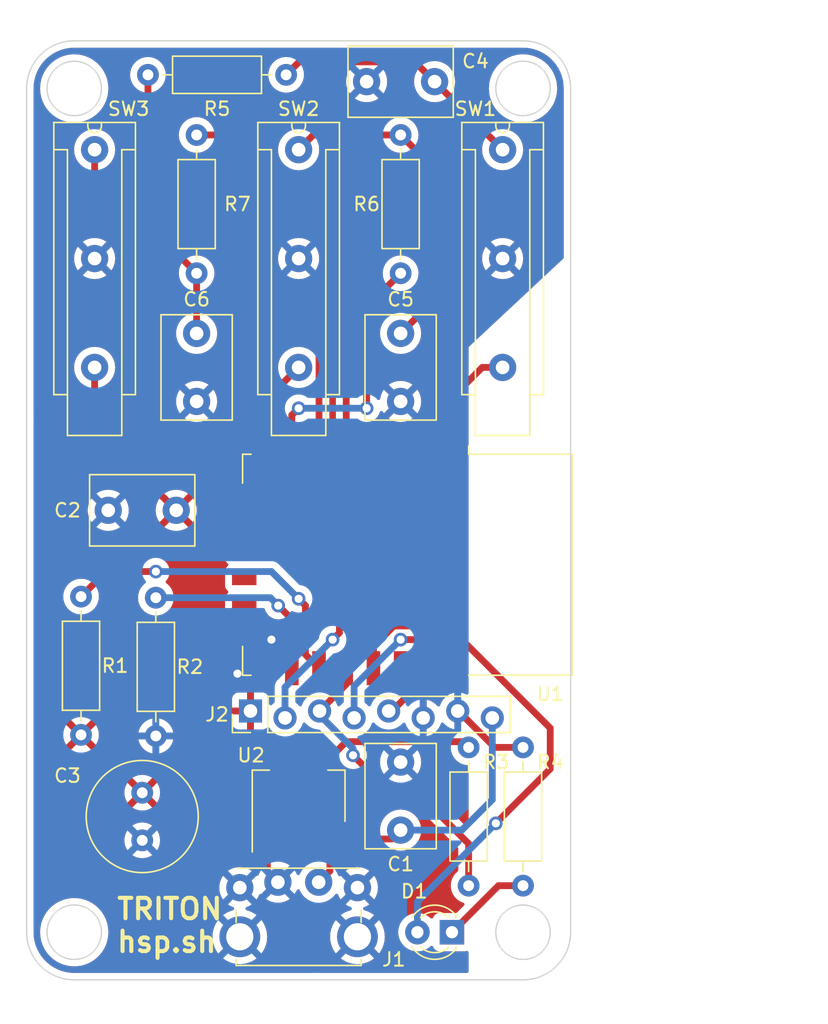
<source format=kicad_pcb>
(kicad_pcb (version 20211014) (generator pcbnew)
  (layers (0 "F.Cu" signal) (31 "B.Cu" signal) (34 "B.Paste" user) (35 "F.Paste" user) (36 "B.SilkS" user "B.Silkscreen") (37 "F.SilkS" user "F.Silkscreen") (38 "B.Mask" user) (39 "F.Mask" user) (44 "Edge.Cuts" user))
  (net 0 "")
  (net 1 "+VDC")
  (net 2 "GND")
  (net 3 "+3V3")
  (net 4 "Net-(C4-Pad1)")
  (net 5 "Net-(C5-Pad1)")
  (net 6 "Net-(D1-Pad1)")
  (net 7 "Net-(D1-Pad2)")
  (net 8 "/RTS")
  (net 9 "/DTR")
  (net 10 "/RXD")
  (net 11 "/TXD")
  (net 12 "Net-(R1-Pad2)")
  (net 13 "Net-(R2-Pad1)")
  (net 14 "Net-(R6-Pad1)")
  (net 15 "Net-(R7-Pad1)")
  (net 16 "Net-(R5-Pad1)")
  (net 26 "Net-(C6-Pad1)")
  (footprint "Resistor_THT:R_Axial_DIN0207_L6.3mm_D2.5mm_P10.16mm_Horizontal" (layer "F.Cu") (at 77.92 46)
    (fp_text reference "R5" (at 5.08 2.5) (layer "F.SilkS"))
    (fp_text value "10k")
    (fp_line (start 8.35 -1.37) (end 1.81 -1.37) (layer "F.SilkS") (width 0.12))
    (fp_line (start 1.81 1.37) (end 8.35 1.37) (layer "F.SilkS") (width 0.12))
    (fp_line (start 9.12 0) (end 8.35 0) (layer "F.SilkS") (width 0.12))
    (fp_line (start 1.04 0) (end 1.81 0) (layer "F.SilkS") (width 0.12))
    (fp_line (start 8.35 1.37) (end 8.35 -1.37) (layer "F.SilkS") (width 0.12))
    (fp_line (start 1.81 -1.37) (end 1.81 1.37) (layer "F.SilkS") (width 0.12))
    (pad "1" thru_hole circle locked (at 0 0) (size 1.6 1.6) (drill 0.8) (layers *.Cu *.Mask) (net 16 "Net-(R5-Pad1)"))
    (pad "2" thru_hole oval locked (at 10.16 0) (size 1.6 1.6) (drill 0.8) (layers *.Cu *.Mask) (net 4 "Net-(C4-Pad1)"))
  )
  (footprint "Resistor_THT:R_Axial_DIN0207_L6.3mm_D2.5mm_P10.16mm_Horizontal" (layer "F.Cu") (at 101.5 95.42 -90)
    (fp_text reference "R4" (at 1.08 -6 180) (layer "F.SilkS"))
    (fp_text value "10k")
    (fp_line (start 1.81 1.37) (end 8.35 1.37) (layer "F.SilkS") (width 0.12))
    (fp_line (start 1.04 0) (end 1.81 0) (layer "F.SilkS") (width 0.12))
    (fp_line (start 1.81 -1.37) (end 1.81 1.37) (layer "F.SilkS") (width 0.12))
    (fp_line (start 8.35 1.37) (end 8.35 -1.37) (layer "F.SilkS") (width 0.12))
    (fp_line (start 8.35 -1.37) (end 1.81 -1.37) (layer "F.SilkS") (width 0.12))
    (fp_line (start 9.12 0) (end 8.35 0) (layer "F.SilkS") (width 0.12))
    (pad "1" thru_hole circle locked (at 0 0 270) (size 1.6 1.6) (drill 0.8) (layers *.Cu *.Mask) (net 3 "+3V3"))
    (pad "2" thru_hole oval locked (at 10.16 0 270) (size 1.6 1.6) (drill 0.8) (layers *.Cu *.Mask) (net 9 "/DTR"))
  )
  (footprint "Critbit_lib:Cherry_DC3" (layer "F.Cu") (at 74 59.5 90)
    (fp_text reference "SW3" (at 11 2.5 unlocked) (layer "F.SilkS"))
    (fp_text value "BUT1")
    (fp_line (start 8 -2) (end 8 -3) (layer "F.SilkS") (width 0.12))
    (fp_line (start -13 2) (end 8 2) (layer "F.SilkS") (width 0.12))
    (fp_line (start 8 -2) (end -13 -2) (layer "F.SilkS") (width 0.12))
    (fp_line (start -10 3) (end -10 2) (layer "F.SilkS") (width 0.12))
    (fp_line (start -10 -2) (end -10 -3) (layer "F.SilkS") (width 0.12))
    (fp_line (start 10 3) (end -10 3) (layer "F.SilkS") (width 0.12))
    (fp_line (start -10 -3) (end 10 -3) (layer "F.SilkS") (width 0.12))
    (fp_line (start 8 2) (end 8 3) (layer "F.SilkS") (width 0.12))
    (fp_line (start 10 0.5) (end 9.75 0.5) (layer "F.SilkS") (width 0.12))
    (fp_line (start -13 -2) (end -13 2) (layer "F.SilkS") (width 0.12))
    (fp_line (start 9.75 -0.5) (end 10 -0.5) (layer "F.SilkS") (width 0.12))
    (fp_line (start 10 -3) (end 10 3) (layer "F.SilkS") (width 0.12))
    (fp_line (start 10 -0.5) (end 10 0.5) (layer "F.SilkS") (width 0.12))
    (fp_arc (start 9.75 0.5) (mid 9.25 0) (end 9.75 -0.5) (layer "F.SilkS") (width 0.12))
    (pad "1" thru_hole circle (at -8 0 180) (size 2 2) (drill 1) (layers *.Cu *.Mask) (net 3 "+3V3"))
    (pad "2" thru_hole circle (at 8 0 90) (size 2 2) (drill 1) (layers *.Cu *.Mask) (net 26 "Net-(C6-Pad1)"))
    (pad "3" thru_hole circle (at 0 0 90) (size 2 2) (drill 1) (layers *.Cu *.Mask) (net 2 "GND"))
  )
  (footprint "Capacitor_THT:C_Disc_D7.5mm_W5.0mm_P5.00mm" (layer "F.Cu") (at 96.5 101.5 90)
    (fp_text reference "C1" (at -2.5 0 180) (layer "F.SilkS"))
    (fp_text value "100n")
    (fp_line (start -1.37 -2.62) (end -1.37 2.62) (layer "F.SilkS") (width 0.12))
    (fp_line (start 6.37 -2.62) (end 6.37 2.62) (layer "F.SilkS") (width 0.12))
    (fp_line (start -1.37 -2.62) (end 6.37 -2.62) (layer "F.SilkS") (width 0.12))
    (fp_line (start -1.37 2.62) (end 6.37 2.62) (layer "F.SilkS") (width 0.12))
    (pad "1" thru_hole circle locked (at 0 0 90) (size 2 2) (drill 1) (layers *.Cu *.Mask) (net 1 "+VDC"))
    (pad "2" thru_hole circle locked (at 5 0 90) (size 2 2) (drill 1) (layers *.Cu *.Mask) (net 2 "GND"))
  )
  (footprint "Critbit_lib:Cherry_DC3" (layer "F.Cu") (at 104 59.5 90)
    (fp_text reference "SW1" (at 11 -2 unlocked) (layer "F.SilkS"))
    (fp_text value "BUT1")
    (fp_line (start 10 -0.5) (end 10 0.5) (layer "F.SilkS") (width 0.12))
    (fp_line (start -13 2) (end 8 2) (layer "F.SilkS") (width 0.12))
    (fp_line (start 9.75 -0.5) (end 10 -0.5) (layer "F.SilkS") (width 0.12))
    (fp_line (start -10 3) (end -10 2) (layer "F.SilkS") (width 0.12))
    (fp_line (start 8 -2) (end 8 -3) (layer "F.SilkS") (width 0.12))
    (fp_line (start 10 0.5) (end 9.75 0.5) (layer "F.SilkS") (width 0.12))
    (fp_line (start 8 2) (end 8 3) (layer "F.SilkS") (width 0.12))
    (fp_line (start -10 -3) (end 10 -3) (layer "F.SilkS") (width 0.12))
    (fp_line (start -13 -2) (end -13 2) (layer "F.SilkS") (width 0.12))
    (fp_line (start 8 -2) (end -13 -2) (layer "F.SilkS") (width 0.12))
    (fp_line (start -10 -2) (end -10 -3) (layer "F.SilkS") (width 0.12))
    (fp_line (start 10 3) (end -10 3) (layer "F.SilkS") (width 0.12))
    (fp_line (start 10 -3) (end 10 3) (layer "F.SilkS") (width 0.12))
    (fp_arc (start 9.75 0.5) (mid 9.25 0) (end 9.75 -0.5) (layer "F.SilkS") (width 0.12))
    (pad "1" thru_hole circle (at -8 0 180) (size 2 2) (drill 1) (layers *.Cu *.Mask) (net 3 "+3V3"))
    (pad "2" thru_hole circle (at 8 0 90) (size 2 2) (drill 1) (layers *.Cu *.Mask) (net 4 "Net-(C4-Pad1)"))
    (pad "3" thru_hole circle (at 0 0 90) (size 2 2) (drill 1) (layers *.Cu *.Mask) (net 2 "GND"))
  )
  (footprint "Capacitor_THT:C_Radial_D8.0mm_H7.0mm_P3.50mm" (layer "F.Cu") (at 77.5 98.75 -90)
    (fp_text reference "C3" (at -1.25 5.5 180) (layer "F.SilkS"))
    (fp_text value "220u")
    (fp_circle (center 1.75 0) (end 5.87 0) (layer "F.SilkS") (width 0.12) (fill none))
    (pad "1" thru_hole circle locked (at 0 0 270) (size 1.6 1.6) (drill 0.8) (layers *.Cu *.Mask) (net 3 "+3V3"))
    (pad "2" thru_hole circle locked (at 3.5 0 270) (size 1.6 1.6) (drill 0.8) (layers *.Cu *.Mask) (net 2 "GND"))
  )
  (footprint "Resistor_THT:R_Axial_DIN0207_L6.3mm_D2.5mm_P10.16mm_Horizontal" (layer "F.Cu") (at 81.5 50.42 -90)
    (fp_text reference "R7" (at 5.08 -3) (layer "F.SilkS"))
    (fp_text value "10k")
    (fp_line (start 1.81 -1.37) (end 1.81 1.37) (layer "F.SilkS") (width 0.12))
    (fp_line (start 1.04 0) (end 1.81 0) (layer "F.SilkS") (width 0.12))
    (fp_line (start 8.35 -1.37) (end 1.81 -1.37) (layer "F.SilkS") (width 0.12))
    (fp_line (start 9.12 0) (end 8.35 0) (layer "F.SilkS") (width 0.12))
    (fp_line (start 1.81 1.37) (end 8.35 1.37) (layer "F.SilkS") (width 0.12))
    (fp_line (start 8.35 1.37) (end 8.35 -1.37) (layer "F.SilkS") (width 0.12))
    (pad "1" thru_hole circle locked (at 0 0 270) (size 1.6 1.6) (drill 0.8) (layers *.Cu *.Mask) (net 15 "Net-(R7-Pad1)"))
    (pad "2" thru_hole oval locked (at 10.16 0 270) (size 1.6 1.6) (drill 0.8) (layers *.Cu *.Mask) (net 26 "Net-(C6-Pad1)"))
  )
  (footprint "Capacitor_THT:C_Disc_D7.5mm_W5.0mm_P5.00mm" (layer "F.Cu") (at 96.5 65 -90)
    (fp_text reference "C5" (at -2.5 0) (layer "F.SilkS"))
    (fp_text value "100n")
    (fp_line (start -1.37 2.62) (end 6.37 2.62) (layer "F.SilkS") (width 0.12))
    (fp_line (start 6.37 -2.62) (end 6.37 2.62) (layer "F.SilkS") (width 0.12))
    (fp_line (start -1.37 -2.62) (end 6.37 -2.62) (layer "F.SilkS") (width 0.12))
    (fp_line (start -1.37 -2.62) (end -1.37 2.62) (layer "F.SilkS") (width 0.12))
    (pad "1" thru_hole circle locked (at 0 0 270) (size 2 2) (drill 1) (layers *.Cu *.Mask) (net 5 "Net-(C5-Pad1)"))
    (pad "2" thru_hole circle locked (at 5 0 270) (size 2 2) (drill 1) (layers *.Cu *.Mask) (net 2 "GND"))
  )
  (footprint "Critbit_lib:USB_C_Cursed" (layer "F.Cu") (at 88.975 105.725)
    (fp_text reference "J1" (at 7.025 5.275) (layer "F.SilkS"))
    (fp_text value "Barrel_Jack_MountingPin")
    (fp_line (start -4.57 5.72) (end 4.62 5.72) (layer "F.SilkS") (width 0.12))
    (fp_line (start -4.57 1.65) (end -4.57 2.55) (layer "F.SilkS") (width 0.12))
    (fp_line (start 4.62 5.25) (end 4.62 5.72) (layer "F.SilkS") (width 0.12))
    (fp_line (start -4.57 5.25) (end -4.57 5.72) (layer "F.SilkS") (width 0.12))
    (fp_line (start -4.45 -1.43) (end 4.5 -1.43) (layer "F.SilkS") (width 0.12))
    (fp_line (start 4.62 1.65) (end 4.62 2.55) (layer "F.SilkS") (width 0.12))
    (pad "1" thru_hole circle (at 1.5 -0.4) (size 2 2) (drill 1) (layers *.Cu *.Mask) (net 1 "+VDC"))
    (pad "2" thru_hole circle (at -1.5 -0.4) (size 2 2) (drill 1) (layers *.Cu *.Mask) (net 2 "GND"))
    (pad "MP" thru_hole circle (at -4.3 3.61) (size 3 3) (drill 2) (layers *.Cu *.Mask) (net 2 "GND"))
    (pad "MP" thru_hole circle (at 4.35 3.61) (size 3 3) (drill 2) (layers *.Cu *.Mask) (net 2 "GND"))
    (pad "MP" thru_hole circle (at -4.3 0) (size 2 2) (drill 1) (layers *.Cu *.Mask) (net 2 "GND"))
    (pad "MP" thru_hole circle (at 4.35 0) (size 2 2) (drill 1) (layers *.Cu *.Mask) (net 2 "GND"))
  )
  (footprint "Resistor_THT:R_Axial_DIN0207_L6.3mm_D2.5mm_P10.16mm_Horizontal" (layer "F.Cu") (at 96.5 60.58 90)
    (fp_text reference "R6" (at 5.08 -2.5 180) (layer "F.SilkS"))
    (fp_text value "10k")
    (fp_line (start 1.81 -1.37) (end 1.81 1.37) (layer "F.SilkS") (width 0.12))
    (fp_line (start 8.35 1.37) (end 8.35 -1.37) (layer "F.SilkS") (width 0.12))
    (fp_line (start 1.81 1.37) (end 8.35 1.37) (layer "F.SilkS") (width 0.12))
    (fp_line (start 1.04 0) (end 1.81 0) (layer "F.SilkS") (width 0.12))
    (fp_line (start 9.12 0) (end 8.35 0) (layer "F.SilkS") (width 0.12))
    (fp_line (start 8.35 -1.37) (end 1.81 -1.37) (layer "F.SilkS") (width 0.12))
    (pad "1" thru_hole circle locked (at 0 0 90) (size 1.6 1.6) (drill 0.8) (layers *.Cu *.Mask) (net 14 "Net-(R6-Pad1)"))
    (pad "2" thru_hole oval locked (at 10.16 0 90) (size 1.6 1.6) (drill 0.8) (layers *.Cu *.Mask) (net 5 "Net-(C5-Pad1)"))
  )
  (footprint "Capacitor_THT:C_Disc_D7.5mm_W5.0mm_P5.00mm" (layer "F.Cu") (at 80 78 180)
    (fp_text reference "C2" (at 8 0) (layer "F.SilkS"))
    (fp_text value "100n")
    (fp_line (start -1.37 -2.62) (end -1.37 2.62) (layer "F.SilkS") (width 0.12))
    (fp_line (start -1.37 -2.62) (end 6.37 -2.62) (layer "F.SilkS") (width 0.12))
    (fp_line (start 6.37 -2.62) (end 6.37 2.62) (layer "F.SilkS") (width 0.12))
    (fp_line (start -1.37 2.62) (end 6.37 2.62) (layer "F.SilkS") (width 0.12))
    (pad "1" thru_hole circle locked (at 0 0 180) (size 2 2) (drill 1) (layers *.Cu *.Mask) (net 3 "+3V3"))
    (pad "2" thru_hole circle locked (at 5 0 180) (size 2 2) (drill 1) (layers *.Cu *.Mask) (net 2 "GND"))
  )
  (footprint "LED_THT:LED_D3.0mm" (layer "F.Cu") (at 100.275 109 180)
    (fp_text reference "D1" (at 2.775 3) (layer "F.SilkS"))
    (fp_text value "LED_GREEN")
    (fp_line (start -0.29 1.08) (end -0.29 1.236) (layer "F.SilkS") (width 0.12))
    (fp_line (start -0.29 -1.236) (end -0.29 -1.08) (layer "F.SilkS") (width 0.12))
    (fp_arc (start 2.942335 1.078608) (mid 1.366487 1.987659) (end -0.29 1.235516) (layer "F.SilkS") (width 0.12))
    (fp_arc (start 0.229039 -1.08) (mid 1.270117 -1.5) (end 2.31113 -1.079837) (layer "F.SilkS") (width 0.12))
    (fp_arc (start -0.29 -1.235516) (mid 1.366487 -1.987659) (end 2.942335 -1.078608) (layer "F.SilkS") (width 0.12))
    (fp_arc (start 2.31113 1.079837) (mid 1.270117 1.5) (end 0.229039 1.08) (layer "F.SilkS") (width 0.12))
    (pad "1" thru_hole rect locked (at 0 0 180) (size 1.8 1.8) (drill 0.9) (layers *.Cu *.Mask) (net 6 "Net-(D1-Pad1)"))
    (pad "2" thru_hole circle locked (at 2.54 0 180) (size 1.8 1.8) (drill 0.9) (layers *.Cu *.Mask) (net 7 "Net-(D1-Pad2)"))
  )
  (footprint "RF_Module:ESP-12E" (layer "F.Cu") (at 97 82 -90)
    (fp_text reference "U1" (at 9.5 -10.5 180) (layer "F.SilkS"))
    (fp_text value "ESP-12F")
    (fp_line (start -6 12.12) (end -8.12 12.12) (layer "F.SilkS") (width 0.12))
    (fp_line (start 8.12 12.12) (end 6 12.12) (layer "F.SilkS") (width 0.12))
    (fp_line (start 8.12 11.5) (end 8.12 12.12) (layer "F.SilkS") (width 0.12))
    (fp_line (start -8.12 -4.5) (end -8.12 -12.12) (layer "F.SilkS") (width 0.12))
    (fp_line (start -8.12 12.12) (end -8.12 11.5) (layer "F.SilkS") (width 0.12))
    (fp_line (start 8.12 -12.12) (end 8.12 -4.5) (layer "F.SilkS") (width 0.12))
    (fp_line (start -8.12 -4.5) (end -8.73 -4.5) (layer "F.SilkS") (width 0.12))
    (fp_line (start -8.12 -12.12) (end 8.12 -12.12) (layer "F.SilkS") (width 0.12))
    (pad "1" smd rect locked (at -7.6 -3.5 270) (size 2.5 1) (layers "F.Cu" "F.Paste" "F.Mask") (net 8 "/RTS"))
    (pad "2" smd rect locked (at -7.6 -1.5 270) (size 2.5 1) (layers "F.Cu" "F.Paste" "F.Mask"))
    (pad "3" smd rect locked (at -7.6 0.5 270) (size 2.5 1) (layers "F.Cu" "F.Paste" "F.Mask") (net 3 "+3V3"))
    (pad "4" smd rect locked (at -7.6 2.5 270) (size 2.5 1) (layers "F.Cu" "F.Paste" "F.Mask"))
    (pad "5" smd rect locked (at -7.6 4.5 270) (size 2.5 1) (layers "F.Cu" "F.Paste" "F.Mask") (net 15 "Net-(R7-Pad1)"))
    (pad "6" smd rect locked (at -7.6 6.5 270) (size 2.5 1) (layers "F.Cu" "F.Paste" "F.Mask") (net 16 "Net-(R5-Pad1)"))
    (pad "7" smd rect locked (at -7.6 8.5 270) (size 2.5 1) (layers "F.Cu" "F.Paste" "F.Mask") (net 14 "Net-(R6-Pad1)"))
    (pad "8" smd rect locked (at -7.6 10.5 270) (size 2.5 1) (layers "F.Cu" "F.Paste" "F.Mask") (net 3 "+3V3"))
    (pad "9" smd rect locked (at -5 12 270) (size 1 1.8) (layers "F.Cu" "F.Paste" "F.Mask"))
    (pad "10" smd rect locked (at -3 12 270) (size 1 1.8) (layers "F.Cu" "F.Paste" "F.Mask"))
    (pad "11" smd rect locked (at -1 12 270) (size 1 1.8) (layers "F.Cu" "F.Paste" "F.Mask"))
    (pad "12" smd rect locked (at 1 12 270) (size 1 1.8) (layers "F.Cu" "F.Paste" "F.Mask"))
    (pad "13" smd rect locked (at 3 12 270) (size 1 1.8) (layers "F.Cu" "F.Paste" "F.Mask"))
    (pad "14" smd rect locked (at 5 12 270) (size 1 1.8) (layers "F.Cu" "F.Paste" "F.Mask"))
    (pad "15" smd rect locked (at 7.6 10.5 270) (size 2.5 1) (layers "F.Cu" "F.Paste" "F.Mask") (net 2 "GND"))
    (pad "16" smd rect locked (at 7.6 8.5 270) (size 2.5 1) (layers "F.Cu" "F.Paste" "F.Mask") (net 13 "Net-(R2-Pad1)"))
    (pad "17" smd rect locked (at 7.6 6.5 270) (size 2.5 1) (layers "F.Cu" "F.Paste" "F.Mask") (net 12 "Net-(R1-Pad2)"))
    (pad "18" smd rect locked (at 7.6 4.5 270) (size 2.5 1) (layers "F.Cu" "F.Paste" "F.Mask") (net 9 "/DTR"))
    (pad "19" smd rect locked (at 7.6 2.5 270) (size 2.5 1) (layers "F.Cu" "F.Paste" "F.Mask") (net 7 "Net-(D1-Pad2)"))
    (pad "20" smd rect locked (at 7.6 0.5 270) (size 2.5 1) (layers "F.Cu" "F.Paste" "F.Mask"))
    (pad "21" smd rect locked (at 7.6 -1.5 270) (size 2.5 1) (layers "F.Cu" "F.Paste" "F.Mask") (net 11 "/TXD"))
    (pad "22" smd rect locked (at 7.6 -3.5 270) (size 2.5 1) (layers "F.Cu" "F.Paste" "F.Mask") (net 10 "/RXD"))
  )
  (footprint "Resistor_THT:R_Axial_DIN0207_L6.3mm_D2.5mm_P10.16mm_Horizontal" (layer "F.Cu") (at 105.5 105.58 90)
    (fp_text reference "R3" (at 9.08 -2 180) (layer "F.SilkS"))
    (fp_text value "330")
    (fp_line (start 1.04 0) (end 1.81 0) (layer "F.SilkS") (width 0.12))
    (fp_line (start 8.35 1.37) (end 8.35 -1.37) (layer "F.SilkS") (width 0.12))
    (fp_line (start 8.35 -1.37) (end 1.81 -1.37) (layer "F.SilkS") (width 0.12))
    (fp_line (start 9.12 0) (end 8.35 0) (layer "F.SilkS") (width 0.12))
    (fp_line (start 1.81 -1.37) (end 1.81 1.37) (layer "F.SilkS") (width 0.12))
    (fp_line (start 1.81 1.37) (end 8.35 1.37) (layer "F.SilkS") (width 0.12))
    (pad "1" thru_hole circle locked (at 0 0 90) (size 1.6 1.6) (drill 0.8) (layers *.Cu *.Mask) (net 6 "Net-(D1-Pad1)"))
    (pad "2" thru_hole oval locked (at 10.16 0 90) (size 1.6 1.6) (drill 0.8) (layers *.Cu *.Mask) (net 2 "GND"))
  )
  (footprint "Capacitor_THT:C_Disc_D7.5mm_W5.0mm_P5.00mm" (layer "F.Cu") (at 81.5 65 -90)
    (fp_text reference "C6" (at -2.5 0) (layer "F.SilkS"))
    (fp_text value "100n")
    (fp_line (start -1.37 -2.62) (end 6.37 -2.62) (layer "F.SilkS") (width 0.12))
    (fp_line (start 6.37 -2.62) (end 6.37 2.62) (layer "F.SilkS") (width 0.12))
    (fp_line (start -1.37 -2.62) (end -1.37 2.62) (layer "F.SilkS") (width 0.12))
    (fp_line (start -1.37 2.62) (end 6.37 2.62) (layer "F.SilkS") (width 0.12))
    (pad "1" thru_hole circle locked (at 0 0 270) (size 2 2) (drill 1) (layers *.Cu *.Mask) (net 26 "Net-(C6-Pad1)"))
    (pad "2" thru_hole circle locked (at 5 0 270) (size 2 2) (drill 1) (layers *.Cu *.Mask) (net 2 "GND"))
  )
  (footprint "Connector_PinHeader_2.54mm:PinHeader_1x08_P2.54mm_Vertical" (layer "F.Cu") (at 85.46 93 90)
    (fp_text reference "J2" (at 0 -2.46 180) (layer "F.SilkS"))
    (fp_text value "Conn_01x08")
    (fp_line (start -1.33 -1.33) (end 0 -1.33) (layer "F.SilkS") (width 0.12))
    (fp_line (start 1.33 1.27) (end 1.33 19.11) (layer "F.SilkS") (width 0.12))
    (fp_line (start -1.33 1.27) (end 1.33 1.27) (layer "F.SilkS") (width 0.12))
    (fp_line (start -1.33 0) (end -1.33 -1.33) (layer "F.SilkS") (width 0.12))
    (fp_line (start -1.33 19.11) (end 1.33 19.11) (layer "F.SilkS") (width 0.12))
    (fp_line (start -1.33 1.27) (end -1.33 19.11) (layer "F.SilkS") (width 0.12))
    (pad "1" thru_hole rect (at 0.254 0 90) (size 1.7 1.7) (drill 1) (layers *.Cu *.Mask) (net 3 "+3V3"))
    (pad "2" thru_hole oval (at -0.254 2.54 90) (size 1.7 1.7) (drill 1) (layers *.Cu *.Mask) (net 8 "/RTS"))
    (pad "3" thru_hole oval (at 0.254 5.08 90) (size 1.7 1.7) (drill 1) (layers *.Cu *.Mask) (net 9 "/DTR"))
    (pad "4" thru_hole oval (at -0.254 7.62 90) (size 1.7 1.7) (drill 1) (layers *.Cu *.Mask) (net 10 "/RXD"))
    (pad "5" thru_hole oval (at 0.254 10.16 90) (size 1.7 1.7) (drill 1) (layers *.Cu *.Mask) (net 11 "/TXD"))
    (pad "6" thru_hole oval (at -0.254 12.7 90) (size 1.7 1.7) (drill 1) (layers *.Cu *.Mask) (net 2 "GND"))
    (pad "7" thru_hole oval (at 0.254 15.24 90) (size 1.7 1.7) (drill 1) (layers *.Cu *.Mask) (net 2 "GND"))
    (pad "8" thru_hole oval (at -0.254 17.78 90) (size 1.7 1.7) (drill 1) (layers *.Cu *.Mask) (net 1 "+VDC"))
  )
  (footprint "Critbit_lib:Cherry_DC3" (layer "F.Cu") (at 89 59.5 90)
    (fp_text reference "SW2" (at 11 0 unlocked) (layer "F.SilkS"))
    (fp_text value "BUT1")
    (fp_line (start -10 3) (end -10 2) (layer "F.SilkS") (width 0.12))
    (fp_line (start 8 -2) (end 8 -3) (layer "F.SilkS") (width 0.12))
    (fp_line (start 10 -0.5) (end 10 0.5) (layer "F.SilkS") (width 0.12))
    (fp_line (start 10 0.5) (end 9.75 0.5) (layer "F.SilkS") (width 0.12))
    (fp_line (start 10 -3) (end 10 3) (layer "F.SilkS") (width 0.12))
    (fp_line (start 8 -2) (end -13 -2) (layer "F.SilkS") (width 0.12))
    (fp_line (start 9.75 -0.5) (end 10 -0.5) (layer "F.SilkS") (width 0.12))
    (fp_line (start -13 -2) (end -13 2) (layer "F.SilkS") (width 0.12))
    (fp_line (start -13 2) (end 8 2) (layer "F.SilkS") (width 0.12))
    (fp_line (start 8 2) (end 8 3) (layer "F.SilkS") (width 0.12))
    (fp_line (start -10 -3) (end 10 -3) (layer "F.SilkS") (width 0.12))
    (fp_line (start 10 3) (end -10 3) (layer "F.SilkS") (width 0.12))
    (fp_line (start -10 -2) (end -10 -3) (layer "F.SilkS") (width 0.12))
    (fp_arc (start 9.75 0.5) (mid 9.25 0) (end 9.75 -0.5) (layer "F.SilkS") (width 0.12))
    (pad "1" thru_hole circle (at -8 0 180) (size 2 2) (drill 1) (layers *.Cu *.Mask) (net 3 "+3V3"))
    (pad "2" thru_hole circle (at 8 0 90) (size 2 2) (drill 1) (layers *.Cu *.Mask) (net 5 "Net-(C5-Pad1)"))
    (pad "3" thru_hole circle (at 0 0 90) (size 2 2) (drill 1) (layers *.Cu *.Mask) (net 2 "GND"))
  )
  (footprint "Package_TO_SOT_SMD:SOT-223-3_TabPin2" (layer "F.Cu") (at 89 99 90)
    (fp_text reference "U2" (at 3 -3.5 180) (layer "F.SilkS"))
    (fp_text value "AMS1117-3.3")
    (fp_line (start 1.91 3.41) (end 1.91 2.15) (layer "F.SilkS") (width 0.12))
    (fp_line (start 1.91 -3.41) (end 1.91 -2.15) (layer "F.SilkS") (width 0.12))
    (fp_line (start -4.1 -3.41) (end 1.91 -3.41) (layer "F.SilkS") (width 0.12))
    (fp_line (start -1.85 3.41) (end 1.91 3.41) (layer "F.SilkS") (width 0.12))
    (pad "1" smd rect locked (at -3.15 -2.3 90) (size 2 1.5) (layers "F.Cu" "F.Paste" "F.Mask") (net 2 "GND"))
    (pad "2" smd rect locked (at 3.15 0 90) (size 2 3.8) (layers "F.Cu" "F.Paste" "F.Mask") (net 3 "+3V3"))
    (pad "2" smd rect locked (at -3.15 0 90) (size 2 1.5) (layers "F.Cu" "F.Paste" "F.Mask") (net 3 "+3V3"))
    (pad "3" smd rect locked (at -3.15 2.3 90) (size 2 1.5) (layers "F.Cu" "F.Paste" "F.Mask") (net 1 "+VDC"))
  )
  (footprint "Resistor_THT:R_Axial_DIN0207_L6.3mm_D2.5mm_P10.16mm_Horizontal" (layer "F.Cu") (at 78.5 84.42 -90)
    (fp_text reference "R2" (at 5.08 -2.5) (layer "F.SilkS"))
    (fp_text value "10k")
    (fp_line (start 1.04 0) (end 1.81 0) (layer "F.SilkS") (width 0.12))
    (fp_line (start 1.81 -1.37) (end 1.81 1.37) (layer "F.SilkS") (width 0.12))
    (fp_line (start 9.12 0) (end 8.35 0) (layer "F.SilkS") (width 0.12))
    (fp_line (start 8.35 -1.37) (end 1.81 -1.37) (layer "F.SilkS") (width 0.12))
    (fp_line (start 8.35 1.37) (end 8.35 -1.37) (layer "F.SilkS") (width 0.12))
    (fp_line (start 1.81 1.37) (end 8.35 1.37) (layer "F.SilkS") (width 0.12))
    (pad "1" thru_hole circle locked (at 0 0 270) (size 1.6 1.6) (drill 0.8) (layers *.Cu *.Mask) (net 13 "Net-(R2-Pad1)"))
    (pad "2" thru_hole oval locked (at 10.16 0 270) (size 1.6 1.6) (drill 0.8) (layers *.Cu *.Mask) (net 2 "GND"))
  )
  (footprint "Capacitor_THT:C_Disc_D7.5mm_W5.0mm_P5.00mm" (layer "F.Cu") (at 99 46.5 180)
    (fp_text reference "C4" (at -3 1.5) (layer "F.SilkS"))
    (fp_text value "100n")
    (fp_line (start 6.37 -2.62) (end 6.37 2.62) (layer "F.SilkS") (width 0.12))
    (fp_line (start -1.37 -2.62) (end -1.37 2.62) (layer "F.SilkS") (width 0.12))
    (fp_line (start -1.37 2.62) (end 6.37 2.62) (layer "F.SilkS") (width 0.12))
    (fp_line (start -1.37 -2.62) (end 6.37 -2.62) (layer "F.SilkS") (width 0.12))
    (pad "1" thru_hole circle locked (at 0 0 180) (size 2 2) (drill 1) (layers *.Cu *.Mask) (net 4 "Net-(C4-Pad1)"))
    (pad "2" thru_hole circle locked (at 5 0 180) (size 2 2) (drill 1) (layers *.Cu *.Mask) (net 2 "GND"))
  )
  (footprint "Resistor_THT:R_Axial_DIN0207_L6.3mm_D2.5mm_P10.16mm_Horizontal" (layer "F.Cu") (at 73 94.5 90)
    (fp_text reference "R1" (at 5.08 2.5) (layer "F.SilkS"))
    (fp_text value "10k")
    (fp_line (start 1.04 0) (end 1.81 0) (layer "F.SilkS") (width 0.12))
    (fp_line (start 8.35 -1.37) (end 1.81 -1.37) (layer "F.SilkS") (width 0.12))
    (fp_line (start 1.81 -1.37) (end 1.81 1.37) (layer "F.SilkS") (width 0.12))
    (fp_line (start 9.12 0) (end 8.35 0) (layer "F.SilkS") (width 0.12))
    (fp_line (start 1.81 1.37) (end 8.35 1.37) (layer "F.SilkS") (width 0.12))
    (fp_line (start 8.35 1.37) (end 8.35 -1.37) (layer "F.SilkS") (width 0.12))
    (pad "1" thru_hole circle locked (at 0 0 90) (size 1.6 1.6) (drill 0.8) (layers *.Cu *.Mask) (net 3 "+3V3"))
    (pad "2" thru_hole oval locked (at 10.16 0 90) (size 1.6 1.6) (drill 0.8) (layers *.Cu *.Mask) (net 12 "Net-(R1-Pad2)"))
  )
  (gr_arc (start 69 47) (mid 70.025126 44.525126) (end 72.5 43.5) (layer "Edge.Cuts") (width 0.1))
  (gr_circle (center 72.5 109) (end 72.5 107) (layer "Edge.Cuts") (width 0.1) (fill none))
  (gr_line (start 69 47) (end 69 109) (layer "Edge.Cuts") (width 0.1))
  (gr_circle (center 105.5 47) (end 105.5 45) (layer "Edge.Cuts") (width 0.1) (fill none))
  (gr_line (start 72.5 112.5) (end 105.5 112.5) (layer "Edge.Cuts") (width 0.1))
  (gr_circle (center 105.5 109) (end 105.5 107) (layer "Edge.Cuts") (width 0.1) (fill none))
  (gr_arc (start 109 109) (mid 107.974874 111.474874) (end 105.5 112.5) (layer "Edge.Cuts") (width 0.1))
  (gr_circle (center 72.5 47) (end 72.5 45) (layer "Edge.Cuts") (width 0.1) (fill none))
  (gr_line (start 105.5 43.5) (end 72.5 43.5) (layer "Edge.Cuts") (width 0.1))
  (gr_line (start 109 109) (end 109 47) (layer "Edge.Cuts") (width 0.1))
  (gr_arc (start 105.5 43.5) (mid 107.974874 44.525126) (end 109 47) (layer "Edge.Cuts") (width 0.1))
  (gr_arc (start 72.5 112.5) (mid 70.025126 111.474874) (end 69 109) (layer "Edge.Cuts") (width 0.1))
  (gr_text "TRITON\nhsp.sh" (at 75.5 108.5) (layer "F.SilkS") (effects (font (size 1.5 1.5) (thickness 0.3)) (justify left)))
  (segment (start 91.3 104.5) (end 90.475 105.325) (width 0.5) (layer "F.Cu") (net 1))
  (segment (start 95.85 102.15) (end 96.5 101.5) (width 0.5) (layer "F.Cu") (net 1))
  (segment (start 91.3 102.15) (end 95.85 102.15) (width 0.5) (layer "F.Cu") (net 1))
  (segment (start 91.3 102.15) (end 91.3 104.5) (width 0.5) (layer "F.Cu") (net 1))
  (segment (start 103.24 99.26) (end 101 101.5) (width 0.5) (layer "B.Cu") (net 1))
  (segment (start 103.24 93) (end 103.24 99.26) (width 0.5) (layer "B.Cu") (net 1))
  (segment (start 101 101.5) (end 96.5 101.5) (width 0.5) (layer "B.Cu") (net 1))
  (segment (start 86.7 104.55) (end 87.475 105.325) (width 0.5) (layer "F.Cu") (net 2))
  (segment (start 103.42 95.42) (end 101 93) (width 0.5) (layer "F.Cu") (net 2))
  (segment (start 101 93) (end 100.7 93) (width 0.5) (layer "F.Cu") (net 2))
  (segment (start 86.5 88) (end 86.5 89.6) (width 0.5) (layer "F.Cu") (net 2))
  (segment (start 86.7 102.15) (end 86.7 104.55) (width 0.5) (layer "F.Cu") (net 2))
  (segment (start 87 87.5) (end 86.5 88) (width 0.5) (layer "F.Cu") (net 2))
  (segment (start 84.9 89.6) (end 84.5 90) (width 0.5) (layer "F.Cu") (net 2))
  (segment (start 105.5 95.42) (end 103.42 95.42) (width 0.5) (layer "F.Cu") (net 2))
  (segment (start 86.5 89.6) (end 84.9 89.6) (width 0.5) (layer "F.Cu") (net 2))
  (via (at 84.5 90) (size 1) (drill 0.6) (layers "F.Cu" "B.Cu") (net 2))
  (via (at 87 87.5) (size 1) (drill 0.6) (layers "F.Cu" "B.Cu") (net 2))
  (segment (start 101.08 95) (end 92.5 95) (width 0.5) (layer "F.Cu") (net 3))
  (segment (start 96.5 73.5) (end 102.5 67.5) (width 0.5) (layer "F.Cu") (net 3))
  (segment (start 86.5 70) (end 89 67.5) (width 0.5) (layer "F.Cu") (net 3))
  (segment (start 86.5 74.4) (end 86.5 75.15) (width 0.5) (layer "F.Cu") (net 3))
  (segment (start 96.5 75.15) (end 96.5 74.4) (width 0.5) (layer "F.Cu") (net 3))
  (segment (start 91.65 95.85) (end 89 95.85) (width 0.5) (layer "F.Cu") (net 3))
  (segment (start 74 67.5) (end 74 72) (width 0.5) (layer "F.Cu") (net 3))
  (segment (start 92.5 95) (end 91.65 95.85) (width 0.5) (layer "F.Cu") (net 3))
  (segment (start 86.5 74.4) (end 86.5 70) (width 0.5) (layer "F.Cu") (net 3))
  (segment (start 101.5 95.42) (end 101.08 95) (width 0.5) (layer "F.Cu") (net 3))
  (segment (start 87.85 76.5) (end 95.15 76.5) (width 0.5) (layer "F.Cu") (net 3))
  (segment (start 102.5 67.5) (end 104 67.5) (width 0.5) (layer "F.Cu") (net 3))
  (segment (start 96.5 74.4) (end 96.5 73.5) (width 0.5) (layer "F.Cu") (net 3))
  (segment (start 74 72) (end 80 78) (width 0.5) (layer "F.Cu") (net 3))
  (segment (start 95.15 76.5) (end 96.5 75.15) (width 0.5) (layer "F.Cu") (net 3))
  (segment (start 86.5 75.15) (end 87.85 76.5) (width 0.5) (layer "F.Cu") (net 3))
  (segment (start 99 46.5) (end 97.550489 45.050489) (width 0.5) (layer "F.Cu") (net 4))
  (segment (start 89.029511 45.050489) (end 88.08 46) (width 0.5) (layer "F.Cu") (net 4))
  (segment (start 104 51.5) (end 99 46.5) (width 0.5) (layer "F.Cu") (net 4))
  (segment (start 97.550489 45.050489) (end 89.029511 45.050489) (width 0.5) (layer "F.Cu") (net 4))
  (segment (start 96.5 50.42) (end 90.08 50.42) (width 0.5) (layer "F.Cu") (net 5))
  (segment (start 96.5 65) (end 98.5 63) (width 0.5) (layer "F.Cu") (net 5))
  (segment (start 98.5 63) (end 98.5 52.42) (width 0.5) (layer "F.Cu") (net 5))
  (segment (start 90.08 50.42) (end 89 51.5) (width 0.5) (layer "F.Cu") (net 5))
  (segment (start 98.5 52.42) (end 96.5 50.42) (width 0.5) (layer "F.Cu") (net 5))
  (segment (start 105.5 105.58) (end 103.695 105.58) (width 0.5) (layer "F.Cu") (net 6))
  (segment (start 103.695 105.58) (end 100.275 109) (width 0.5) (layer "F.Cu") (net 6))
  (segment (start 107.5 94) (end 107.5 97) (width 0.5) (layer "F.Cu") (net 7))
  (segment (start 107.5 97) (end 103.5 101) (width 0.5) (layer "F.Cu") (net 7))
  (segment (start 94.5 89.6) (end 94.5 88) (width 0.5) (layer "F.Cu") (net 7))
  (segment (start 100 86.5) (end 107.5 94) (width 0.5) (layer "F.Cu") (net 7))
  (segment (start 96 86.5) (end 100 86.5) (width 0.5) (layer "F.Cu") (net 7))
  (segment (start 94.5 88) (end 96 86.5) (width 0.5) (layer "F.Cu") (net 7))
  (via (at 103.5 101) (size 1) (drill 0.6) (layers "F.Cu" "B.Cu") (net 7))
  (segment (start 97.735 106.765) (end 97.735 109) (width 0.5) (layer "B.Cu") (net 7))
  (segment (start 103.5 101) (end 97.735 106.765) (width 0.5) (layer "B.Cu") (net 7))
  (segment (start 92 83.5) (end 100.5 75) (width 0.5) (layer "F.Cu") (net 8))
  (segment (start 91.5 87.5) (end 92 87) (width 0.5) (layer "F.Cu") (net 8))
  (segment (start 100.5 75) (end 100.5 74.4) (width 0.5) (layer "F.Cu") (net 8))
  (segment (start 92 87) (end 92 83.5) (width 0.5) (layer "F.Cu") (net 8))
  (via (at 91.5 87.5) (size 1) (drill 0.6) (layers "F.Cu" "B.Cu") (net 8))
  (segment (start 88 91) (end 88 93) (width 0.5) (layer "B.Cu") (net 8))
  (segment (start 91.5 87.5) (end 88 91) (width 0.5) (layer "B.Cu") (net 8))
  (segment (start 95.5 98.5) (end 97.5 98.5) (width 0.5) (layer "F.Cu") (net 9))
  (segment (start 92.5 89.6) (end 92.5 90.786) (width 0.5) (layer "F.Cu") (net 9))
  (segment (start 93 96) (end 95.5 98.5) (width 0.5) (layer "F.Cu") (net 9))
  (segment (start 97.5 98.5) (end 101.5 102.5) (width 0.5) (layer "F.Cu") (net 9))
  (segment (start 101.5 102.5) (end 101.5 105.58) (width 0.5) (layer "F.Cu") (net 9))
  (segment (start 92.5 90.786) (end 90.54 92.746) (width 0.5) (layer "F.Cu") (net 9))
  (via (at 93 96) (size 1) (drill 0.6) (layers "F.Cu" "B.Cu") (net 9))
  (segment (start 93 95.5) (end 90.54 93.04) (width 0.5) (layer "B.Cu") (net 9))
  (segment (start 93 96) (end 93 95.5) (width 0.5) (layer "B.Cu") (net 9))
  (segment (start 90.54 93.04) (end 90.54 93) (width 0.5) (layer "B.Cu") (net 9))
  (segment (start 100.5 88.5) (end 99.5 87.5) (width 0.5) (layer "F.Cu") (net 10))
  (segment (start 99.5 87.5) (end 96.5 87.5) (width 0.5) (layer "F.Cu") (net 10))
  (segment (start 100.5 89.6) (end 100.5 88.5) (width 0.5) (layer "F.Cu") (net 10))
  (via (at 96.5 87.5) (size 1) (drill 0.6) (layers "F.Cu" "B.Cu") (net 10))
  (segment (start 93.08 90.92) (end 93.08 93) (width 0.5) (layer "B.Cu") (net 10))
  (segment (start 96.5 87.5) (end 93.08 90.92) (width 0.5) (layer "B.Cu") (net 10))
  (segment (start 98.5 90.12) (end 95.62 93) (width 0.5) (layer "F.Cu") (net 11))
  (segment (start 98.5 89.6) (end 98.5 90.12) (width 0.5) (layer "F.Cu") (net 11))
  (segment (start 89.5 88.6) (end 90.5 89.6) (width 0.5) (layer "F.Cu") (net 12))
  (segment (start 74.84 82.5) (end 78.5 82.5) (width 0.5) (layer "F.Cu") (net 12))
  (segment (start 74.34 83) (end 74.84 82.5) (width 0.5) (layer "F.Cu") (net 12))
  (segment (start 89 84.5) (end 89.5 85) (width 0.5) (layer "F.Cu") (net 12))
  (segment (start 73 84.34) (end 74.34 83) (width 0.5) (layer "F.Cu") (net 12))
  (segment (start 89.5 85) (end 89.5 88.6) (width 0.5) (layer "F.Cu") (net 12))
  (via (at 89 84.5) (size 1) (drill 0.6) (layers "F.Cu" "B.Cu") (net 12))
  (via (at 78.5 82.5) (size 1) (drill 0.6) (layers "F.Cu" "B.Cu") (net 12))
  (segment (start 78.5 82.5) (end 87 82.5) (width 0.5) (layer "B.Cu") (net 12))
  (segment (start 87 82.5) (end 89 84.5) (width 0.5) (layer "B.Cu") (net 12))
  (segment (start 88.5 86) (end 88.5 89.6) (width 0.5) (layer "F.Cu") (net 13))
  (segment (start 87.5 85) (end 88.5 86) (width 0.5) (layer "F.Cu") (net 13))
  (via (at 87.5 85) (size 1) (drill 0.6) (layers "F.Cu" "B.Cu") (net 13))
  (segment (start 78.5 84.42) (end 86.92 84.42) (width 0.5) (layer "B.Cu") (net 13))
  (segment (start 86.92 84.42) (end 87.5 85) (width 0.5) (layer "B.Cu") (net 13))
  (segment (start 94 70.5) (end 94 63.08) (width 0.5) (layer "F.Cu") (net 14))
  (segment (start 88.5 71) (end 89 70.5) (width 0.5) (layer "F.Cu") (net 14))
  (segment (start 88.5 74.4) (end 88.5 71) (width 0.5) (layer "F.Cu") (net 14))
  (segment (start 94 63.08) (end 96.5 60.58) (width 0.5) (layer "F.Cu") (net 14))
  (via (at 94 70.5) (size 1) (drill 0.6) (layers "F.Cu" "B.Cu") (net 14))
  (via (at 89 70.5) (size 1) (drill 0.6) (layers "F.Cu" "B.Cu") (net 14))
  (segment (start 89 70.5) (end 94 70.5) (width 0.5) (layer "B.Cu") (net 14))
  (segment (start 92.5 74.4) (end 92.5 59.5) (width 0.5) (layer "F.Cu") (net 15))
  (segment (start 83.42 50.42) (end 81.5 50.42) (width 0.5) (layer "F.Cu") (net 15))
  (segment (start 92.5 59.5) (end 83.42 50.42) (width 0.5) (layer "F.Cu") (net 15))
  (segment (start 90.5 64.5) (end 77.92 51.92) (width 0.5) (layer "F.Cu") (net 16))
  (segment (start 90.5 74.4) (end 90.5 64.5) (width 0.5) (layer "F.Cu") (net 16))
  (segment (start 77.92 51.92) (end 77.92 46) (width 0.5) (layer "F.Cu") (net 16))
  (segment (start 74 53.08) (end 81.5 60.58) (width 0.5) (layer "F.Cu") (net 26))
  (segment (start 74 51.5) (end 74 53.08) (width 0.5) (layer "F.Cu") (net 26))
  (segment (start 81.5 65) (end 81.5 60.58) (width 0.5) (layer "F.Cu") (net 26))
  (zone (net 2) (net_name "GND") (layers F&B.Cu) (connect_pads (clearance 0.508)) (min_thickness 0.254) (fill yes (thermal_gap 0.508) (thermal_bridge_width 0.508))
    (polygon (pts (xy 101.5 112.5) (xy 69 112.5) (xy 69 43.5) (xy 109 43.5) (xy 109 59) (xy 101.5 66)))
  )
  (zone (net 3) (net_name "+3V3") (layer "F.Cu") (priority 1) (connect_pads (clearance 0.508)) (min_thickness 0.254) (fill yes (thermal_gap 0.508) (thermal_bridge_width 0.508))
    (polygon (pts (xy 87.5 76) (xy 84 76) (xy 84 89) (xy 90 95) (xy 90 112.5) (xy 69 112.5) (xy 69 71.5) (xy 87.5 71.5)))
  )
)
</source>
